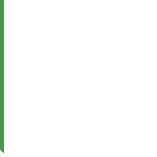
<source format=gbr>
%FSLAX34Y34*%
%MOIN*%
%AMOUTLINE*
4,1,3,0,0,0,0.5,0.5,0.5,0,0,45*%
%ADD10OUTLINE*%
D10*
X0Y0D03*
M02*

</source>
